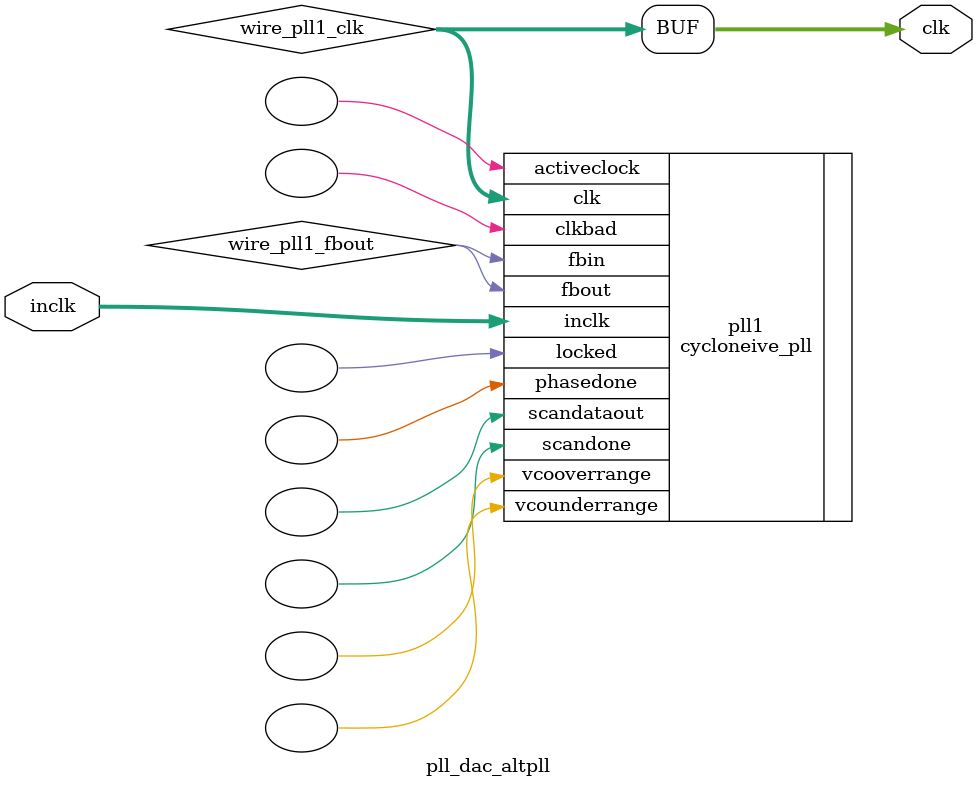
<source format=v>






//synthesis_resources = cycloneive_pll 1 
//synopsys translate_off
`timescale 1 ps / 1 ps
//synopsys translate_on
module  pll_dac_altpll
	( 
	clk,
	inclk) /* synthesis synthesis_clearbox=1 */;
	output   [4:0]  clk;
	input   [1:0]  inclk;
`ifndef ALTERA_RESERVED_QIS
// synopsys translate_off
`endif
	tri0   [1:0]  inclk;
`ifndef ALTERA_RESERVED_QIS
// synopsys translate_on
`endif

	wire  [4:0]   wire_pll1_clk;
	wire  wire_pll1_fbout;

	cycloneive_pll   pll1
	( 
	.activeclock(),
	.clk(wire_pll1_clk),
	.clkbad(),
	.fbin(wire_pll1_fbout),
	.fbout(wire_pll1_fbout),
	.inclk(inclk),
	.locked(),
	.phasedone(),
	.scandataout(),
	.scandone(),
	.vcooverrange(),
	.vcounderrange()
	`ifndef FORMAL_VERIFICATION
	// synopsys translate_off
	`endif
	,
	.areset(1'b0),
	.clkswitch(1'b0),
	.configupdate(1'b0),
	.pfdena(1'b1),
	.phasecounterselect({3{1'b0}}),
	.phasestep(1'b0),
	.phaseupdown(1'b0),
	.scanclk(1'b0),
	.scanclkena(1'b1),
	.scandata(1'b0)
	`ifndef FORMAL_VERIFICATION
	// synopsys translate_on
	`endif
	);
	defparam
		pll1.bandwidth_type = "auto",
		pll1.clk0_divide_by = 50,
		pll1.clk0_duty_cycle = 50,
		pll1.clk0_multiply_by = 1,
		pll1.clk0_phase_shift = "0",
		pll1.compensate_clock = "clk0",
		pll1.inclk0_input_frequency = 20000,
		pll1.operation_mode = "normal",
		pll1.pll_type = "auto",
		pll1.lpm_type = "cycloneive_pll";
	assign
		clk = {wire_pll1_clk[4:0]};
endmodule //pll_dac_altpll
//VALID FILE

</source>
